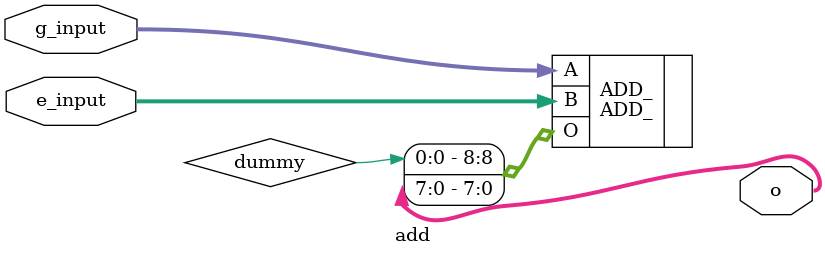
<source format=sv>
`timescale 1ns / 1ps

module add #(parameter N = 8)(
	input	[N-1:0]	g_input,
	input	[N-1:0]	e_input,
	output	[N-1:0] o
);	 		
	logic dummy;
		
	ADD_ #(.N(N)) ADD_( 
		.A(g_input),
		.B(e_input),
		.O({dummy, o})
    );	

endmodule
</source>
